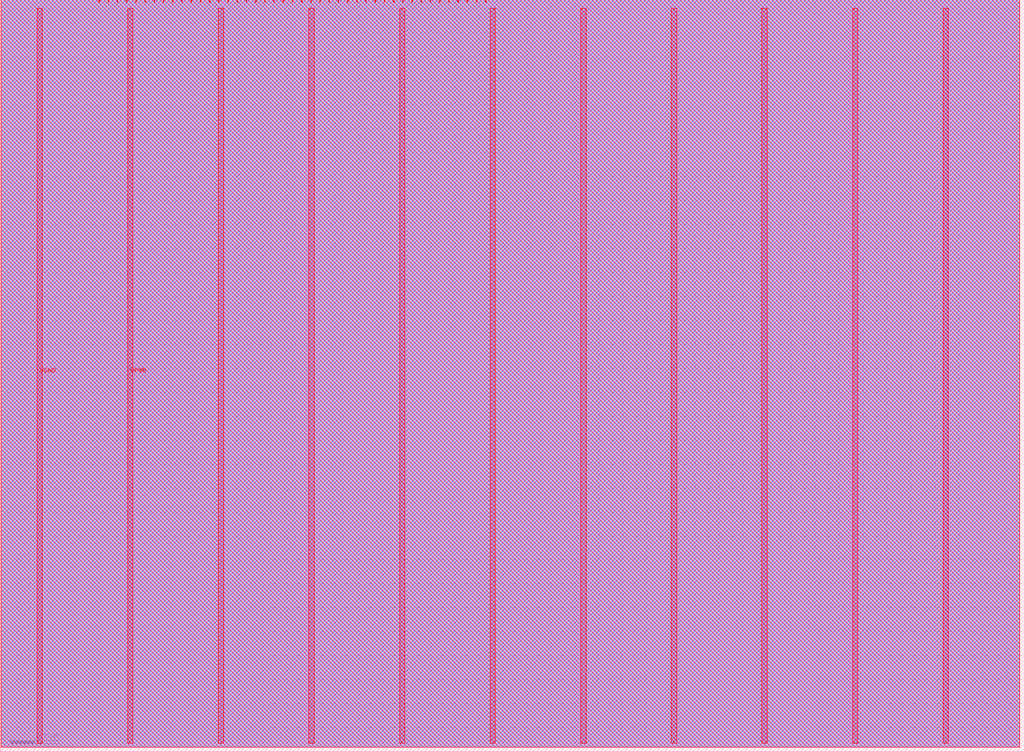
<source format=lef>
VERSION 5.8 ;
BUSBITCHARS "[]" ;
DIVIDERCHAR "/" ;
UNITS
    DATABASE MICRONS 1000 ;
END UNITS

VIA tt_um_a1k0n_vgadonut_via1_2_2200_440_1_5_410_410
  VIARULE via1Array ;
  CUTSIZE 0.19 0.19 ;
  LAYERS Metal1 Via1 Metal2 ;
  CUTSPACING 0.22 0.22 ;
  ENCLOSURE 0.01 0.125 0.05 0.005 ;
  ROWCOL 1 5 ;
END tt_um_a1k0n_vgadonut_via1_2_2200_440_1_5_410_410

VIA tt_um_a1k0n_vgadonut_via2_3_2200_440_1_5_410_410
  VIARULE via2Array ;
  CUTSIZE 0.19 0.19 ;
  LAYERS Metal2 Via2 Metal3 ;
  CUTSPACING 0.22 0.22 ;
  ENCLOSURE 0.05 0.005 0.005 0.05 ;
  ROWCOL 1 5 ;
END tt_um_a1k0n_vgadonut_via2_3_2200_440_1_5_410_410

VIA tt_um_a1k0n_vgadonut_via3_4_2200_440_1_5_410_410
  VIARULE via3Array ;
  CUTSIZE 0.19 0.19 ;
  LAYERS Metal3 Via3 Metal4 ;
  CUTSPACING 0.22 0.22 ;
  ENCLOSURE 0.005 0.05 0.05 0.005 ;
  ROWCOL 1 5 ;
END tt_um_a1k0n_vgadonut_via3_4_2200_440_1_5_410_410

VIA tt_um_a1k0n_vgadonut_via4_5_2200_440_1_5_410_410
  VIARULE via4Array ;
  CUTSIZE 0.19 0.19 ;
  LAYERS Metal4 Via4 Metal5 ;
  CUTSPACING 0.22 0.22 ;
  ENCLOSURE 0.05 0.005 0.185 0.05 ;
  ROWCOL 1 5 ;
END tt_um_a1k0n_vgadonut_via4_5_2200_440_1_5_410_410

MACRO tt_um_a1k0n_vgadonut
  FOREIGN tt_um_a1k0n_vgadonut 0 0 ;
  CLASS BLOCK ;
  SIZE 427.2 BY 313.74 ;
  PIN clk
    DIRECTION INPUT ;
    USE SIGNAL ;
    PORT
      LAYER Metal5 ;
        RECT  198.57 312.74 198.87 313.74 ;
    END
  END clk
  PIN ena
    DIRECTION INPUT ;
    USE SIGNAL ;
    PORT
      LAYER Metal5 ;
        RECT  202.41 312.74 202.71 313.74 ;
    END
  END ena
  PIN rst_n
    DIRECTION INPUT ;
    USE SIGNAL ;
    PORT
      LAYER Metal5 ;
        RECT  194.73 312.74 195.03 313.74 ;
    END
  END rst_n
  PIN ui_in[0]
    DIRECTION INPUT ;
    USE SIGNAL ;
    PORT
      LAYER Metal5 ;
        RECT  190.89 312.74 191.19 313.74 ;
    END
  END ui_in[0]
  PIN ui_in[1]
    DIRECTION INPUT ;
    USE SIGNAL ;
    PORT
      LAYER Metal5 ;
        RECT  187.05 312.74 187.35 313.74 ;
    END
  END ui_in[1]
  PIN ui_in[2]
    DIRECTION INPUT ;
    USE SIGNAL ;
    PORT
      LAYER Metal5 ;
        RECT  183.21 312.74 183.51 313.74 ;
    END
  END ui_in[2]
  PIN ui_in[3]
    DIRECTION INPUT ;
    USE SIGNAL ;
    PORT
      LAYER Metal5 ;
        RECT  179.37 312.74 179.67 313.74 ;
    END
  END ui_in[3]
  PIN ui_in[4]
    DIRECTION INPUT ;
    USE SIGNAL ;
    PORT
      LAYER Metal5 ;
        RECT  175.53 312.74 175.83 313.74 ;
    END
  END ui_in[4]
  PIN ui_in[5]
    DIRECTION INPUT ;
    USE SIGNAL ;
    PORT
      LAYER Metal5 ;
        RECT  171.69 312.74 171.99 313.74 ;
    END
  END ui_in[5]
  PIN ui_in[6]
    DIRECTION INPUT ;
    USE SIGNAL ;
    PORT
      LAYER Metal5 ;
        RECT  167.85 312.74 168.15 313.74 ;
    END
  END ui_in[6]
  PIN ui_in[7]
    DIRECTION INPUT ;
    USE SIGNAL ;
    PORT
      LAYER Metal5 ;
        RECT  164.01 312.74 164.31 313.74 ;
    END
  END ui_in[7]
  PIN uio_in[0]
    DIRECTION INPUT ;
    USE SIGNAL ;
    PORT
      LAYER Metal5 ;
        RECT  160.17 312.74 160.47 313.74 ;
    END
  END uio_in[0]
  PIN uio_in[1]
    DIRECTION INPUT ;
    USE SIGNAL ;
    PORT
      LAYER Metal5 ;
        RECT  156.33 312.74 156.63 313.74 ;
    END
  END uio_in[1]
  PIN uio_in[2]
    DIRECTION INPUT ;
    USE SIGNAL ;
    PORT
      LAYER Metal5 ;
        RECT  152.49 312.74 152.79 313.74 ;
    END
  END uio_in[2]
  PIN uio_in[3]
    DIRECTION INPUT ;
    USE SIGNAL ;
    PORT
      LAYER Metal5 ;
        RECT  148.65 312.74 148.95 313.74 ;
    END
  END uio_in[3]
  PIN uio_in[4]
    DIRECTION INPUT ;
    USE SIGNAL ;
    PORT
      LAYER Metal5 ;
        RECT  144.81 312.74 145.11 313.74 ;
    END
  END uio_in[4]
  PIN uio_in[5]
    DIRECTION INPUT ;
    USE SIGNAL ;
    PORT
      LAYER Metal5 ;
        RECT  140.97 312.74 141.27 313.74 ;
    END
  END uio_in[5]
  PIN uio_in[6]
    DIRECTION INPUT ;
    USE SIGNAL ;
    PORT
      LAYER Metal5 ;
        RECT  137.13 312.74 137.43 313.74 ;
    END
  END uio_in[6]
  PIN uio_in[7]
    DIRECTION INPUT ;
    USE SIGNAL ;
    PORT
      LAYER Metal5 ;
        RECT  133.29 312.74 133.59 313.74 ;
    END
  END uio_in[7]
  PIN uio_oe[0]
    DIRECTION OUTPUT ;
    USE SIGNAL ;
    PORT
      LAYER Metal5 ;
        RECT  68.01 312.74 68.31 313.74 ;
    END
  END uio_oe[0]
  PIN uio_oe[1]
    DIRECTION OUTPUT ;
    USE SIGNAL ;
    PORT
      LAYER Metal5 ;
        RECT  64.17 312.74 64.47 313.74 ;
    END
  END uio_oe[1]
  PIN uio_oe[2]
    DIRECTION OUTPUT ;
    USE SIGNAL ;
    PORT
      LAYER Metal5 ;
        RECT  60.33 312.74 60.63 313.74 ;
    END
  END uio_oe[2]
  PIN uio_oe[3]
    DIRECTION OUTPUT ;
    USE SIGNAL ;
    PORT
      LAYER Metal5 ;
        RECT  56.49 312.74 56.79 313.74 ;
    END
  END uio_oe[3]
  PIN uio_oe[4]
    DIRECTION OUTPUT ;
    USE SIGNAL ;
    PORT
      LAYER Metal5 ;
        RECT  52.65 312.74 52.95 313.74 ;
    END
  END uio_oe[4]
  PIN uio_oe[5]
    DIRECTION OUTPUT ;
    USE SIGNAL ;
    PORT
      LAYER Metal5 ;
        RECT  48.81 312.74 49.11 313.74 ;
    END
  END uio_oe[5]
  PIN uio_oe[6]
    DIRECTION OUTPUT ;
    USE SIGNAL ;
    PORT
      LAYER Metal5 ;
        RECT  44.97 312.74 45.27 313.74 ;
    END
  END uio_oe[6]
  PIN uio_oe[7]
    DIRECTION OUTPUT ;
    USE SIGNAL ;
    PORT
      LAYER Metal5 ;
        RECT  41.13 312.74 41.43 313.74 ;
    END
  END uio_oe[7]
  PIN uio_out[0]
    DIRECTION OUTPUT ;
    USE SIGNAL ;
    PORT
      LAYER Metal5 ;
        RECT  98.73 312.74 99.03 313.74 ;
    END
  END uio_out[0]
  PIN uio_out[1]
    DIRECTION OUTPUT ;
    USE SIGNAL ;
    PORT
      LAYER Metal5 ;
        RECT  94.89 312.74 95.19 313.74 ;
    END
  END uio_out[1]
  PIN uio_out[2]
    DIRECTION OUTPUT ;
    USE SIGNAL ;
    PORT
      LAYER Metal5 ;
        RECT  91.05 312.74 91.35 313.74 ;
    END
  END uio_out[2]
  PIN uio_out[3]
    DIRECTION OUTPUT ;
    USE SIGNAL ;
    PORT
      LAYER Metal5 ;
        RECT  87.21 312.74 87.51 313.74 ;
    END
  END uio_out[3]
  PIN uio_out[4]
    DIRECTION OUTPUT ;
    USE SIGNAL ;
    PORT
      LAYER Metal5 ;
        RECT  83.37 312.74 83.67 313.74 ;
    END
  END uio_out[4]
  PIN uio_out[5]
    DIRECTION OUTPUT ;
    USE SIGNAL ;
    PORT
      LAYER Metal5 ;
        RECT  79.53 312.74 79.83 313.74 ;
    END
  END uio_out[5]
  PIN uio_out[6]
    DIRECTION OUTPUT ;
    USE SIGNAL ;
    PORT
      LAYER Metal5 ;
        RECT  75.69 312.74 75.99 313.74 ;
    END
  END uio_out[6]
  PIN uio_out[7]
    DIRECTION OUTPUT ;
    USE SIGNAL ;
    PORT
      LAYER Metal5 ;
        RECT  71.85 312.74 72.15 313.74 ;
    END
  END uio_out[7]
  PIN uo_out[0]
    DIRECTION OUTPUT ;
    USE SIGNAL ;
    PORT
      LAYER Metal5 ;
        RECT  129.45 312.74 129.75 313.74 ;
    END
  END uo_out[0]
  PIN uo_out[1]
    DIRECTION OUTPUT ;
    USE SIGNAL ;
    PORT
      LAYER Metal5 ;
        RECT  125.61 312.74 125.91 313.74 ;
    END
  END uo_out[1]
  PIN uo_out[2]
    DIRECTION OUTPUT ;
    USE SIGNAL ;
    PORT
      LAYER Metal5 ;
        RECT  121.77 312.74 122.07 313.74 ;
    END
  END uo_out[2]
  PIN uo_out[3]
    DIRECTION OUTPUT ;
    USE SIGNAL ;
    PORT
      LAYER Metal5 ;
        RECT  117.93 312.74 118.23 313.74 ;
    END
  END uo_out[3]
  PIN uo_out[4]
    DIRECTION OUTPUT ;
    USE SIGNAL ;
    PORT
      LAYER Metal5 ;
        RECT  114.09 312.74 114.39 313.74 ;
    END
  END uo_out[4]
  PIN uo_out[5]
    DIRECTION OUTPUT ;
    USE SIGNAL ;
    PORT
      LAYER Metal5 ;
        RECT  110.25 312.74 110.55 313.74 ;
    END
  END uo_out[5]
  PIN uo_out[6]
    DIRECTION OUTPUT ;
    USE SIGNAL ;
    PORT
      LAYER Metal5 ;
        RECT  106.41 312.74 106.71 313.74 ;
    END
  END uo_out[6]
  PIN uo_out[7]
    DIRECTION OUTPUT ;
    USE SIGNAL ;
    PORT
      LAYER Metal5 ;
        RECT  102.57 312.74 102.87 313.74 ;
    END
  END uo_out[7]
  PIN VGND
    DIRECTION INOUT ;
    USE GROUND ;
    PORT
      LAYER Metal5 ;
        RECT  393.38 3.56 395.58 310.18 ;
        RECT  317.78 3.56 319.98 310.18 ;
        RECT  242.18 3.56 244.38 310.18 ;
        RECT  166.58 3.56 168.78 310.18 ;
        RECT  90.98 3.56 93.18 310.18 ;
        RECT  15.38 3.56 17.58 310.18 ;
    END
  END VGND
  PIN VPWR
    DIRECTION INOUT ;
    USE POWER ;
    PORT
      LAYER Metal5 ;
        RECT  355.58 3.56 357.78 310.18 ;
        RECT  279.98 3.56 282.18 310.18 ;
        RECT  204.38 3.56 206.58 310.18 ;
        RECT  128.78 3.56 130.98 310.18 ;
        RECT  53.18 3.56 55.38 310.18 ;
    END
  END VPWR
  OBS
    LAYER Metal1 ;
     RECT  0.335 1.955 425.425 313.74 ;
    LAYER Metal2 ;
     RECT  0.335 1.955 425.425 313.74 ;
    LAYER Metal3 ;
     RECT  0.335 1.955 425.425 313.74 ;
    LAYER Metal4 ;
     RECT  0.335 1.955 425.425 313.74 ;
    LAYER Metal5 ;
     RECT  0.335 1.955 425.425 313.74 ;
  END
END tt_um_a1k0n_vgadonut
END LIBRARY

</source>
